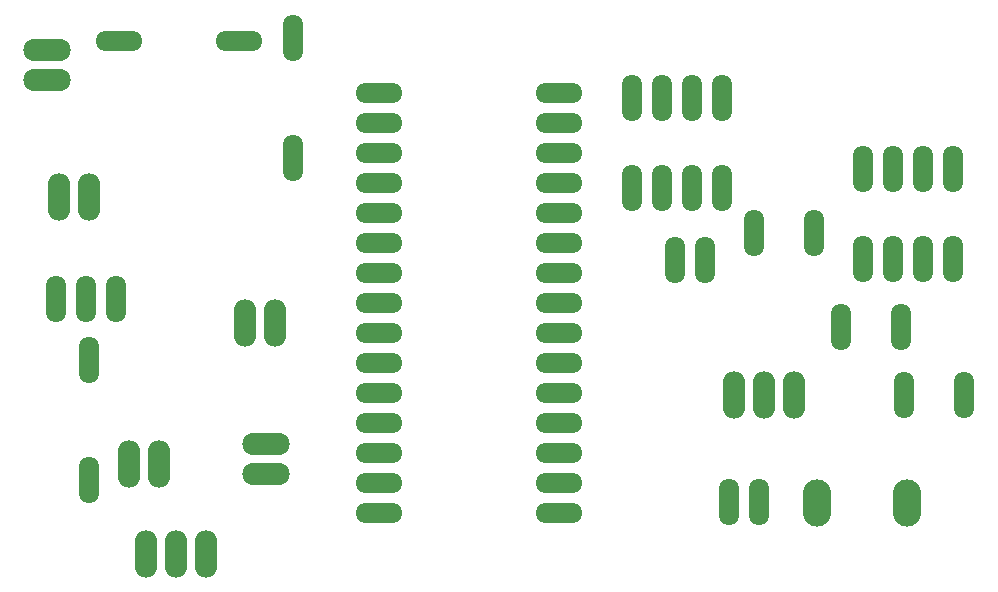
<source format=gbr>
%TF.GenerationSoftware,KiCad,Pcbnew,(6.0.7)*%
%TF.CreationDate,2023-04-14T13:01:05-04:00*%
%TF.ProjectId,NPN Tracer V2a,4e504e20-5472-4616-9365-72205632612e,rev?*%
%TF.SameCoordinates,Original*%
%TF.FileFunction,Soldermask,Bot*%
%TF.FilePolarity,Negative*%
%FSLAX46Y46*%
G04 Gerber Fmt 4.6, Leading zero omitted, Abs format (unit mm)*
G04 Created by KiCad (PCBNEW (6.0.7)) date 2023-04-14 13:01:05*
%MOMM*%
%LPD*%
G01*
G04 APERTURE LIST*
%ADD10O,1.700000X4.000000*%
%ADD11O,1.900000X4.000000*%
%ADD12O,4.000000X1.700000*%
%ADD13O,4.000000X1.900000*%
%ADD14O,2.400000X4.000000*%
G04 APERTURE END LIST*
D10*
%TO.C,D3*%
X72644000Y-75755500D03*
X72644000Y-85915500D03*
%TD*%
%TO.C,D2*%
X55372000Y-113220500D03*
X55372000Y-103060500D03*
%TD*%
D11*
%TO.C,Q1*%
X115125500Y-106031000D03*
X112585500Y-106031000D03*
X110045500Y-106031000D03*
%TD*%
D10*
%TO.C,R3*%
X111683000Y-92265500D03*
X116763000Y-92265500D03*
%TD*%
D11*
%TO.C,D1*%
X61346000Y-111887000D03*
X58806000Y-111887000D03*
%TD*%
D10*
%TO.C,U2*%
X120914000Y-94488000D03*
X123454000Y-94488000D03*
X125994000Y-94488000D03*
X128534000Y-94488000D03*
X128534000Y-86868000D03*
X125994000Y-86868000D03*
X123454000Y-86868000D03*
X120914000Y-86868000D03*
%TD*%
D12*
%TO.C,D4*%
X57975500Y-76009500D03*
X68135500Y-76009500D03*
%TD*%
D10*
%TO.C,J2*%
X107569000Y-94615000D03*
X105029000Y-94615000D03*
%TD*%
D11*
%TO.C,C8*%
X52885849Y-89281000D03*
X55385849Y-89281000D03*
%TD*%
%TO.C,C2*%
X68633849Y-99949000D03*
X71133849Y-99949000D03*
%TD*%
%TO.C,U1*%
X60193000Y-119499500D03*
X62733000Y-119499500D03*
X65273000Y-119499500D03*
%TD*%
D13*
%TO.C,C3*%
X70421500Y-112672500D03*
X70421500Y-110172500D03*
%TD*%
%TO.C,C9*%
X51879500Y-76835000D03*
X51879500Y-79335000D03*
%TD*%
D10*
%TO.C,U3*%
X108956000Y-80845500D03*
X106416000Y-80845500D03*
X103876000Y-80845500D03*
X101336000Y-80845500D03*
X101336000Y-88465500D03*
X103876000Y-88465500D03*
X106416000Y-88465500D03*
X108956000Y-88465500D03*
%TD*%
%TO.C,R5*%
X124142500Y-100266500D03*
X119062500Y-100266500D03*
%TD*%
%TO.C,J3*%
X57658000Y-97917000D03*
X55118000Y-97917000D03*
X52578000Y-97917000D03*
%TD*%
D14*
%TO.C,R6*%
X117015500Y-115189000D03*
X124635500Y-115189000D03*
%TD*%
D10*
%TO.C,R4*%
X129490000Y-105981500D03*
X124410000Y-105981500D03*
%TD*%
D12*
%TO.C,TB1*%
X95186500Y-116014500D03*
X95186500Y-113474500D03*
X95186500Y-110934500D03*
X95186500Y-108394500D03*
X95186500Y-105854500D03*
X95186500Y-103314500D03*
X95186500Y-100774500D03*
X95186500Y-98234500D03*
X95186500Y-95694500D03*
X95186500Y-93154500D03*
X95186500Y-90614500D03*
X95186500Y-88074500D03*
X95186500Y-85534500D03*
X95186500Y-82994500D03*
X95186500Y-80454500D03*
X79946500Y-80454500D03*
X79946500Y-82994500D03*
X79946500Y-85534500D03*
X79946500Y-88074500D03*
X79946500Y-90614500D03*
X79946500Y-93154500D03*
X79946500Y-95694500D03*
X79946500Y-98234500D03*
X79946500Y-100774500D03*
X79946500Y-103314500D03*
X79946500Y-105854500D03*
X79946500Y-108394500D03*
X79946500Y-110934500D03*
X79946500Y-113474500D03*
X79946500Y-116014500D03*
%TD*%
D10*
%TO.C,J1*%
X109596000Y-115062000D03*
X112136000Y-115062000D03*
%TD*%
M02*

</source>
